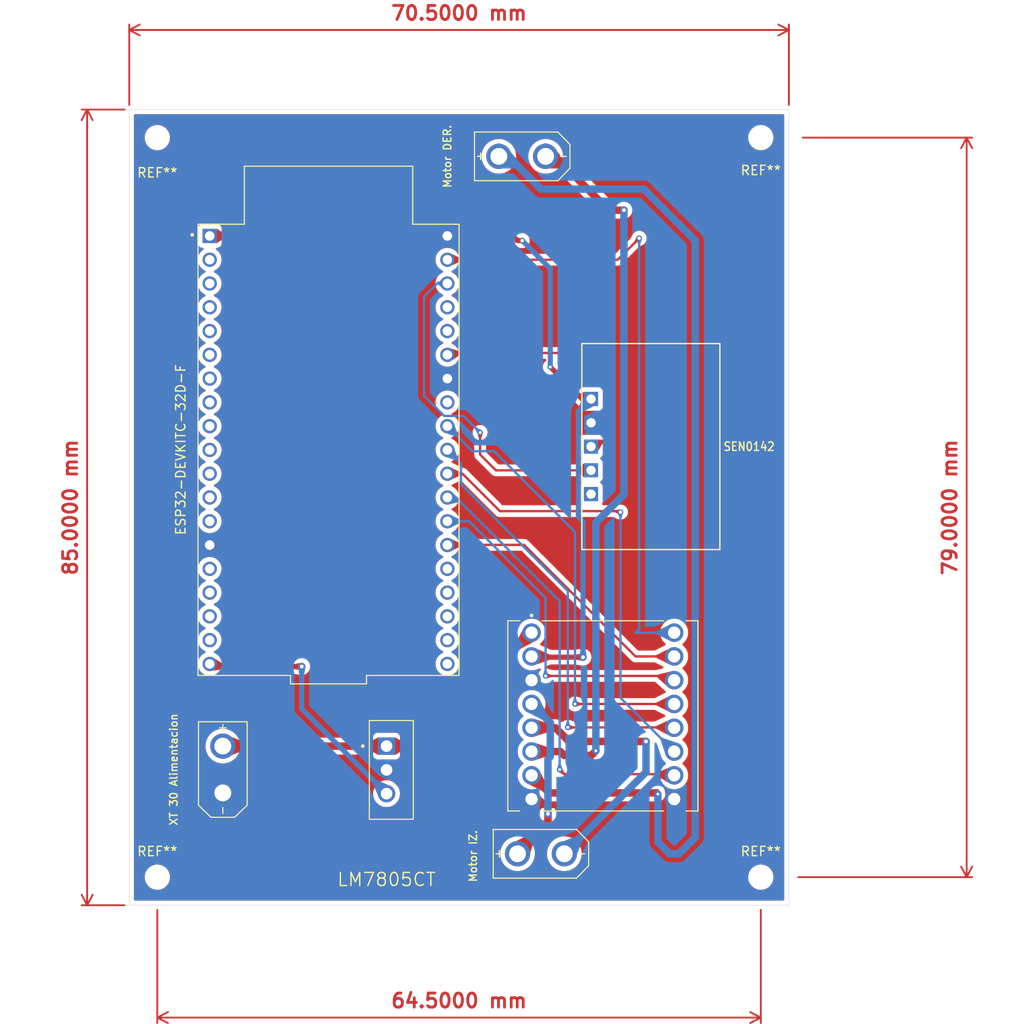
<source format=kicad_pcb>
(kicad_pcb (version 20241229) (generator "pcbnew") (generator_version "9.0")
  (layers (0 "F.Cu" signal) (2 "B.Cu" signal) (13 "F.Paste" user) (15 "B.Paste" user) (5 "F.SilkS" user "F.Silkscreen") (7 "B.SilkS" user "B.Silkscreen") (1 "F.Mask" user) (3 "B.Mask" user) (25 "Edge.Cuts" user))
  (net 0 "")
  (net 1 "Net-(M1-SDA)")
  (net 3 "GND")
  (net 4 "Net-(M1-SCL)")
  (net 5 "+3.3V")
  (net 6 "+5V")
  (net 7 "+6V")
  (net 8 "Net-(U1-IO16)")
  (net 9 "Net-(U1-IO5)")
  (net 15 "unconnected-(U1-CMD-Pad18)")
  (net 23 "Net-(U1-IO23)")
  (net 24 "Net-(U1-IO0)")
  (net 32 "Net-(U1-IO18)")
  (net 36 "Net-(U1-IO17)")
  (net 38 "Net-(U1-IO4)")
  (net 39 "Net-(U2-B01)")
  (net 40 "Net-(U2-A01)")
  (net 41 "Net-(U2-A02)")
  (net 42 "Net-(U2-B02)")
  (footprint "huellas_pendulo:SEN0142" (layer "F.Cu") (at 149.97255 87.09425 -90)
    (property "Reference" "SEN0142" (at 0 -15.625 180) (layer "F.SilkS") (effects (font (size 0.91 0.81))))
    (property "Value" "SEN0142")
    (fp_line (start 11 2.25) (end -11 2.25) (stroke (width 0.1524)) (layer "F.SilkS"))
    (fp_line (start 11 2.25) (end 11 -12.5) (stroke (width 0.1524)) (layer "F.SilkS"))
    (fp_line (start -11 -12.5) (end -11 2.25) (stroke (width 0.1524)) (layer "F.SilkS"))
    (fp_line (start 11 -12.5) (end -11 -12.5) (stroke (width 0.1524)) (layer "F.SilkS"))
    (pad "1" thru_hole rect (at -5.08 1.27 270) (size 1.508 1.508) (drill 1) (layers "*.Cu" "*.Mask") (net 5 "+3.3V"))
    (pad "2" thru_hole rect (at -2.54 1.27 270) (size 1.508 1.508) (drill 1) (layers "*.Cu" "*.Mask") (net 3 "GND"))
    (pad "3" thru_hole rect (at 0 1.27 270) (size 1.508 1.508) (drill 1) (layers "*.Cu" "*.Mask") (net 1 "Net-(M1-SDA)"))
    (pad "4" thru_hole rect (at 2.54 1.27 270) (size 1.508 1.508) (drill 1) (layers "*.Cu" "*.Mask") (net 4 "Net-(M1-SCL)"))
    (pad "5" thru_hole rect (at 5.08 1.27 270) (size 1.508 1.508) (drill 1) (layers "*.Cu" "*.Mask"))
  )
  (footprint "MountingHole:MountingHole_2.2mm_M2_ISO7380" (layer "F.Cu") (at 102.34755 54.09425)
    (property "Reference" "REF**" (at 0 3.75 0) (layer "F.SilkS"))
    (property "Value" "MountingHole_2.2mm_M2_ISO7380" (hide yes))
    (pad "" np_thru_hole circle (at 0 0) (size 2.2 2.2) (drill 2.2) (layers "*.Cu" "*.Mask"))
  )
  (footprint "huellas_pendulo:MODULE_ROB-14450" (layer "F.Cu") (at 149.96755 115.86425)
    (property "Reference" "ROB-1445" (hide yes))
    (property "Value" "ROB-14450")
    (fp_line (start -10.16 -10.16) (end -10.16 10.16) (stroke (width 0.127)) (layer "F.SilkS"))
    (fp_line (start -8.89 -10.16) (end -10.16 -10.16) (stroke (width 0.127)) (layer "F.SilkS"))
    (fp_line (start -8.89 10.16) (end -10.16 10.16) (stroke (width 0.127)) (layer "F.SilkS"))
    (fp_line (start -6.5 -10.16) (end 6.5 -10.16) (stroke (width 0.127)) (layer "F.SilkS"))
    (fp_line (start -6.5 10.16) (end 6.5 10.16) (stroke (width 0.127)) (layer "F.SilkS"))
    (fp_line (start 8.89 -10.16) (end 10.16 -10.16) (stroke (width 0.127)) (layer "F.SilkS"))
    (fp_line (start 8.89 10.16) (end 10.16 10.16) (stroke (width 0.127)) (layer "F.SilkS"))
    (fp_line (start 10.16 10.16) (end 10.16 -10.16) (stroke (width 0.127)) (layer "F.SilkS"))
    (fp_circle (center -7.62 -10.7282) (end -7.52 -10.7282) (stroke (width 0.2)) (fill no) (layer "F.SilkS"))
    (pad "1" thru_hole circle (at -7.62 -8.89) (size 1.98 1.98) (drill 1.32) (layers "*.Cu" "*.Mask") (net 7 "+6V"))
    (pad "2" thru_hole circle (at -7.62 -6.35) (size 1.98 1.98) (drill 1.32) (layers "*.Cu" "*.Mask") (net 5 "+3.3V"))
    (pad "3" thru_hole circle (at -7.62 -3.81) (size 1.98 1.98) (drill 1.32) (layers "*.Cu" "*.Mask") (net 3 "GND"))
    (pad "4" thru_hole circle (at -7.62 -1.27) (size 1.98 1.98) (drill 1.32) (layers "*.Cu" "*.Mask") (net 40 "Net-(U2-A01)"))
    (pad "5" thru_hole circle (at -7.62 1.27) (size 1.98 1.98) (drill 1.32) (layers "*.Cu" "*.Mask") (net 41 "Net-(U2-A02)"))
    (pad "6" thru_hole circle (at -7.62 3.81) (size 1.98 1.98) (drill 1.32) (layers "*.Cu" "*.Mask") (net 42 "Net-(U2-B02)"))
    (pad "7" thru_hole circle (at -7.62 6.35) (size 1.98 1.98) (drill 1.32) (layers "*.Cu" "*.Mask") (net 39 "Net-(U2-B01)"))
    (pad "8" thru_hole circle (at -7.62 8.89) (size 1.98 1.98) (drill 1.32) (layers "*.Cu" "*.Mask") (net 3 "GND"))
    (pad "9" thru_hole circle (at 7.62 8.89) (size 1.98 1.98) (drill 1.32) (layers "*.Cu" "*.Mask") (net 3 "GND"))
    (pad "10" thru_hole circle (at 7.62 6.35) (size 1.98 1.98) (drill 1.32) (layers "*.Cu" "*.Mask") (net 8 "Net-(U1-IO16)"))
    (pad "11" thru_hole circle (at 7.62 3.81) (size 1.98 1.98) (drill 1.32) (layers "*.Cu" "*.Mask") (net 36 "Net-(U1-IO17)"))
    (pad "12" thru_hole circle (at 7.62 1.27) (size 1.98 1.98) (drill 1.32) (layers "*.Cu" "*.Mask") (net 9 "Net-(U1-IO5)"))
    (pad "13" thru_hole circle (at 7.62 -1.27) (size 1.98 1.98) (drill 1.32) (layers "*.Cu" "*.Mask") (net 32 "Net-(U1-IO18)"))
    (pad "14" thru_hole circle (at 7.62 -3.81) (size 1.98 1.98) (drill 1.32) (layers "*.Cu" "*.Mask") (net 38 "Net-(U1-IO4)"))
    (pad "15" thru_hole circle (at 7.62 -6.35) (size 1.98 1.98) (drill 1.32) (layers "*.Cu" "*.Mask") (net 24 "Net-(U1-IO0)"))
    (pad "16" thru_hole circle (at 7.62 -8.89) (size 1.98 1.98) (drill 1.32) (layers "*.Cu" "*.Mask") (net 23 "Net-(U1-IO23)"))
  )
  (footprint "huellas_pendulo:TO254P1054X470X1955-3" (layer "F.Cu") (at 126.84755 121.63425 -90)
    (property "Reference" "LM7805CT" (at 11.71 0 180) (layer "F.SilkS") (effects (font (size 1.4 1.4))))
    (property "Value" "LM7805CT_NOPB")
    (fp_line (start -5.27 1.84) (end 5.27 1.84) (stroke (width 0.127)) (layer "F.SilkS"))
    (fp_line (start 5.27 1.84) (end 5.27 -2.86) (stroke (width 0.127)) (layer "F.SilkS"))
    (fp_line (start -5.27 -2.86) (end -5.27 1.84) (stroke (width 0.127)) (layer "F.SilkS"))
    (fp_line (start 5.27 -2.86) (end -5.27 -2.86) (stroke (width 0.127)) (layer "F.SilkS"))
    (fp_circle (center -2.54 2.54) (end -2.44 2.54) (stroke (width 0.2)) (fill no) (layer "F.SilkS"))
    (pad "1" thru_hole rect (at -2.54 0 270) (size 1.86 1.86) (drill 1.24) (layers "*.Cu" "*.Mask") (net 7 "+6V"))
    (pad "2" thru_hole circle (at 0 0 270) (size 1.86 1.86) (drill 1.24) (layers "*.Cu" "*.Mask") (net 3 "GND"))
    (pad "3" thru_hole circle (at 2.54 0 270) (size 1.86 1.86) (drill 1.24) (layers "*.Cu" "*.Mask") (net 6 "+5V"))
  )
  (footprint "huellas_pendulo:XT30UPB-M" (layer "F.Cu") (at 109.34755 121.59425 -90)
    (property "Reference" "XT 30 Alimentacion" (at 0 5.25 270) (layer "F.SilkS") (effects (font (size 0.81 0.81))))
    (property "Value" "XT30UPB-M")
    (fp_line (start -5.1 2.6) (end 3.81 2.6) (stroke (width 0.127)) (layer "F.SilkS"))
    (fp_line (start 3.81 2.6) (end 5.1 1.27) (stroke (width 0.127)) (layer "F.SilkS"))
    (fp_line (start 5.1 1.27) (end 5.1 -1.27) (stroke (width 0.127)) (layer "F.SilkS"))
    (fp_line (start -4.8 0) (end -4.1 0) (stroke (width 0.127)) (layer "F.SilkS"))
    (fp_line (start 4.064 0) (end 4.699 0) (stroke (width 0.127)) (layer "F.SilkS"))
    (fp_line (start -4.445 -0.35) (end -4.445 0.35) (stroke (width 0.127)) (layer "F.SilkS"))
    (fp_line (start 5.1 -1.27) (end 3.81 -2.6) (stroke (width 0.127)) (layer "F.SilkS"))
    (fp_line (start -5.1 -2.6) (end -5.1 2.6) (stroke (width 0.127)) (layer "F.SilkS"))
    (fp_line (start 3.81 -2.6) (end -5.1 -2.6) (stroke (width 0.127)) (layer "F.SilkS"))
    (pad "P$1" thru_hole circle (at -2.5 0 270) (size 2.7 2.7) (drill 1.8) (layers "*.Cu" "*.Mask") (net 7 "+6V"))
    (pad "P$2" thru_hole circle (at 2.5 0 270) (size 2.7 2.7) (drill 1.8) (layers "*.Cu" "*.Mask") (net 3 "GND"))
  )
  (footprint "huellas_pendulo:XT30UPB-M" (layer "F.Cu") (at 141.34755 56.09425)
    (property "Reference" "Motor DER." (at -8 0 90) (layer "F.SilkS") (effects (font (size 0.81 0.81))))
    (property "Value" "XT30UPB-M")
    (fp_line (start -5.1 -2.6) (end -5.1 2.6) (stroke (width 0.127)) (layer "F.SilkS"))
    (fp_line (start -5.1 2.6) (end 3.81 2.6) (stroke (width 0.127)) (layer "F.SilkS"))
    (fp_line (start -4.8 0) (end -4.1 0) (stroke (width 0.127)) (layer "F.SilkS"))
    (fp_line (start -4.445 -0.35) (end -4.445 0.35) (stroke (width 0.127)) (layer "F.SilkS"))
    (fp_line (start 3.81 -2.6) (end -5.1 -2.6) (stroke (width 0.127)) (layer "F.SilkS"))
    (fp_line (start 3.81 2.6) (end 5.1 1.27) (stroke (width 0.127)) (layer "F.SilkS"))
    (fp_line (start 4.064 0) (end 4.699 0) (stroke (width 0.127)) (layer "F.SilkS"))
    (fp_line (start 5.1 -1.27) (end 3.81 -2.6) (stroke (width 0.127)) (layer "F.SilkS"))
    (fp_line (start 5.1 1.27) (end 5.1 -1.27) (stroke (width 0.127)) (layer "F.SilkS"))
    (pad "P$1" thru_hole circle (at -2.5 0) (size 2.7 2.7) (drill 1.8) (layers "*.Cu" "*.Mask") (net 39 "Net-(U2-B01)"))
    (pad "P$2" thru_hole circle (at 2.5 0) (size 2.7 2.7) (drill 1.8) (layers "*.Cu" "*.Mask") (net 42 "Net-(U2-B02)"))
  )
  (footprint "MountingHole:MountingHole_2.2mm_M2_ISO7380" (layer "F.Cu") (at 166.84755 133.09425)
    (property "Reference" "REF**" (at 0 -2.75 0) (layer "F.SilkS"))
    (property "Value" "MountingHole_2.2mm_M2_ISO7380" (hide yes))
    (pad "" np_thru_hole circle (at 0 0) (size 2.2 2.2) (drill 2.2) (layers "*.Cu" "*.Mask"))
  )
  (footprint "huellas_pendulo:XT30UPB-M" (layer "F.Cu") (at 143.34755 130.59425)
    (property "Reference" "Motor IZ." (at -7.25 0.25 90) (layer "F.SilkS") (effects (font (size 0.81 0.81))))
    (property "Value" "XT30UPB-M")
    (fp_line (start -5.1 -2.6) (end -5.1 2.6) (stroke (width 0.127)) (layer "F.SilkS"))
    (fp_line (start -5.1 2.6) (end 3.81 2.6) (stroke (width 0.127)) (layer "F.SilkS"))
    (fp_line (start -4.8 0) (end -4.1 0) (stroke (width 0.127)) (layer "F.SilkS"))
    (fp_line (start -4.445 -0.35) (end -4.445 0.35) (stroke (width 0.127)) (layer "F.SilkS"))
    (fp_line (start 3.81 -2.6) (end -5.1 -2.6) (stroke (width 0.127)) (layer "F.SilkS"))
    (fp_line (start 3.81 2.6) (end 5.1 1.27) (stroke (width 0.127)) (layer "F.SilkS"))
    (fp_line (start 4.064 0) (end 4.699 0) (stroke (width 0.127)) (layer "F.SilkS"))
    (fp_line (start 5.1 -1.27) (end 3.81 -2.6) (stroke (width 0.127)) (layer "F.SilkS"))
    (fp_line (start 5.1 1.27) (end 5.1 -1.27) (stroke (width 0.127)) (layer "F.SilkS"))
    (pad "P$1" thru_hole circle (at -2.5 0) (size 2.7 2.7) (drill 1.8) (layers "*.Cu" "*.Mask") (net 40 "Net-(U2-A01)"))
    (pad "P$2" thru_hole circle (at 2.5 0) (size 2.7 2.7) (drill 1.8) (layers "*.Cu" "*.Mask") (net 41 "Net-(U2-A02)"))
  )
  (footprint "MountingHole:MountingHole_2.2mm_M2_ISO7380" (layer "F.Cu") (at 166.84755 54.09425)
    (property "Reference" "REF**" (at 0 3.5 0) (layer "F.SilkS"))
    (property "Value" "MountingHole_2.2mm_M2_ISO7380" (hide yes))
    (pad "" np_thru_hole circle (at 0 0) (size 2.2 2.2) (drill 2.2) (layers "*.Cu" "*.Mask"))
  )
  (footprint "MountingHole:MountingHole_2.2mm_M2_ISO7380" (layer "F.Cu") (at 102.34755 133.09425)
    (property "Reference" "REF**" (at 0 -2.75 0) (layer "F.SilkS"))
    (property "Value" "MountingHole_2.2mm_M2_ISO7380" (hide yes))
    (pad "" np_thru_hole circle (at 0 0) (size 2.2 2.2) (drill 2.2) (layers "*.Cu" "*.Mask"))
  )
  (footprint "huellas_pendulo:MODULE_ESP32-DEVKITC" (layer "F.Cu") (at 120.646843 87.44425)
    (property "Reference" "ESP32-DEVKITC-32D-F" (at -15.8 -0.02 90) (layer "F.SilkS"))
    (property "Value" "ESP32-DEVKITC")
    (fp_line (start -13.95 -24.1) (end -13.95 24.1) (stroke (width 0.127)) (layer "F.SilkS"))
    (fp_line (start -13.95 24.1) (end -4.07 24.1) (stroke (width 0.127)) (layer "F.SilkS"))
    (fp_line (start -9 -30.3) (end 9 -30.3) (stroke (width 0.127)) (layer "F.SilkS"))
    (fp_line (start -9 -24.1) (end -13.95 -24.1) (stroke (width 0.127)) (layer "F.SilkS"))
    (fp_line (start -9 -24.1) (end -9 -30.3) (stroke (width 0.127)) (layer "F.SilkS"))
    (fp_line (start -4.07 24.1) (end -4.07 25) (stroke (width 0.127)) (layer "F.SilkS"))
    (fp_line (start -4.07 25) (end 4.06 25) (stroke (width 0.127)) (layer "F.SilkS"))
    (fp_line (start 4.06 24.1) (end 13.95 24.1) (stroke (width 0.127)) (layer "F.SilkS"))
    (fp_line (start 4.06 25) (end 4.06 24.1) (stroke (width 0.127)) (layer "F.SilkS"))
    (fp_line (start 9 -30.3) (end 9 -24.1) (stroke (width 0.127)) (layer "F.SilkS"))
    (fp_line (start 13.95 -24.1) (end 9 -24.1) (stroke (width 0.127)) (layer "F.SilkS"))
    (fp_line (start 13.95 24.1) (end 13.95 -24.1) (stroke (width 0.127)) (layer "F.SilkS"))
    (fp_circle (center -14.57 -22.97) (end -14.47 -22.97) (stroke (width 0.2)) (fill no) (layer "F.SilkS"))
    (pad "1" thru_hole rect (at -12.7 -22.85) (size 1.53 1.53) (drill 1.02) (layers "*.Cu" "*.Mask") (net 5 "+3.3V"))
    (pad "2" thru_hole circle (at -12.7 -20.31) (size 1.53 1.53) (drill 1.02) (layers "*.Cu" "*.Mask"))
    (pad "3" thru_hole circle (at -12.7 -17.77) (size 1.53 1.53) (drill 1.02) (layers "*.Cu" "*.Mask"))
    (pad "4" thru_hole circle (at -12.7 -15.23) (size 1.53 1.53) (drill 1.02) (layers "*.Cu" "*.Mask"))
    (pad "5" thru_hole circle (at -12.7 -12.69) (size 1.53 1.53) (drill 1.02) (layers "*.Cu" "*.Mask"))
    (pad "6" thru_hole circle (at -12.7 -10.15) (size 1.53 1.53) (drill 1.02) (layers "*.Cu" "*.Mask"))
    (pad "7" thru_hole circle (at -12.7 -7.61) (size 1.53 1.53) (drill 1.02) (layers "*.Cu" "*.Mask"))
    (pad "8" thru_hole circle (at -12.7 -5.07) (size 1.53 1.53) (drill 1.02) (layers "*.Cu" "*.Mask"))
    (pad "9" thru_hole circle (at -12.7 -2.53) (size 1.53 1.53) (drill 1.02) (layers "*.Cu" "*.Mask"))
    (pad "10" thru_hole circle (at -12.7 0.01) (size 1.53 1.53) (drill 1.02) (layers "*.Cu" "*.Mask"))
    (pad "11" thru_hole circle (at -12.7 2.55) (size 1.53 1.53) (drill 1.02) (layers "*.Cu" "*.Mask"))
    (pad "12" thru_hole circle (at -12.7 5.09) (size 1.53 1.53) (drill 1.02) (layers "*.Cu" "*.Mask"))
    (pad "13" thru_hole circle (at -12.7 7.63) (size 1.53 1.53) (drill 1.02) (layers "*.Cu" "*.Mask"))
    (pad "14" thru_hole circle (at -12.7 10.17) (size 1.53 1.53) (drill 1.02) (layers "*.Cu" "*.Mask") (net 3 "GND"))
    (pad "15" thru_hole circle (at -12.7 12.71) (size 1.53 1.53) (drill 1.02) (layers "*.Cu" "*.Mask"))
    (pad "16" thru_hole circle (at -12.7 15.25) (size 1.53 1.53) (drill 1.02) (layers "*.Cu" "*.Mask"))
    (pad "17" thru_hole circle (at -12.7 17.79) (size 1.53 1.53) (drill 1.02) (layers "*.Cu" "*.Mask"))
    (pad "18" thru_hole circle (at -12.7 20.33) (size 1.53 1.53) (drill 1.02) (layers "*.Cu" "*.Mask") (net 15 "unconnected-(U1-CMD-Pad18)"))
    (pad "19" thru_hole circle (at -12.7 22.87) (size 1.53 1.53) (drill 1.02) (layers "*.Cu" "*.Mask") (net 6 "+5V"))
    (pad "20" thru_hole circle (at 12.7 22.87) (size 1.53 1.53) (drill 1.02) (layers "*.Cu" "*.Mask"))
    (pad "21" thru_hole circle (at 12.7 20.33) (size 1.53 1.53) (drill 1.02) (layers "*.Cu" "*.Mask"))
    (pad "22" thru_hole circle (at 12.7 17.79) (size 1.53 1.53) (drill 1.02) (layers "*.Cu" "*.Mask"))
    (pad "23" thru_hole circle (at 12.7 15.25) (size 1.53 1.53) (drill 1.02) (layers "*.Cu" "*.Mask"))
    (pad "24" thru_hole circle (at 12.7 12.71) (size 1.53 1.53) (drill 1.02) (layers "*.Cu" "*.Mask"))
    (pad "25" thru_hole circle (at 12.7 10.17) (size 1.53 1.53) (drill 1.02) (layers "*.Cu" "*.Mask") (net 24 "Net-(U1-IO0)"))
    (pad "26" thru_hole circle (at 12.7 7.63) (size 1.53 1.53) (drill 1.02) (layers "*.Cu" "*.Mask") (net 38 "Net-(U1-IO4)"))
    (pad "27" thru_hole circle (at 12.7 5.09) (size 1.53 1.53) (drill 1.02) (layers "*.Cu" "*.Mask") (net 8 "Net-(U1-IO16)"))
    (pad "28" thru_hole circle (at 12.7 2.55) (size 1.53 1.53) (drill 1.02) (layers "*.Cu" "*.Mask") (net 36 "Net-(U1-IO17)"))
    (pad "29" thru_hole circle (at 12.7 0.01) (size 1.53 1.53) (drill 1.02) (layers "*.Cu" "*.Mask") (net 9 "Net-(U1-IO5)"))
    (pad "30" thru_hole circle (at 12.7 -2.53) (size 1.53 1.53) (drill 1.02) (layers "*.Cu" "*.Mask") (net 32 "Net-(U1-IO18)"))
    (pad "31" thru_hole circle (at 12.7 -5.07) (size 1.53 1.53) (drill 1.02) (layers "*.Cu" "*.Mask"))
    (pad "32" thru_hole circle (at 12.7 -7.61) (size 1.53 1.53) (drill 1.02) (layers "*.Cu" "*.Mask") (net 3 "GND"))
    (pad "33" thru_hole circle (at 12.7 -10.15) (size 1.53 1.53) (drill 1.02) (layers "*.Cu" "*.Mask") (net 1 "Net-(M1-SDA)"))
    (pad "34" thru_hole circle (at 12.7 -12.69) (size 1.53 1.53) (drill 1.02) (layers "*.Cu" "*.Mask"))
    (pad "35" thru_hole circle (at 12.7 -15.23) (size 1.53 1.53) (drill 1.02) (layers "*.Cu" "*.Mask"))
    (pad "36" thru_hole circle (at 12.7 -17.77) (size 1.53 1.53) (drill 1.02) (layers "*.Cu" "*.Mask") (net 4 "Net-(M1-SCL)"))
    (pad "37" thru_hole circle (at 12.7 -20.31) (size 1.53 1.53) (drill 1.02) (layers "*.Cu" "*.Mask") (net 23 "Net-(U1-IO23)"))
    (pad "38" thru_hole circle (at 12.7 -22.85) (size 1.53 1.53) (drill 1.02) (layers "*.Cu" "*.Mask") (net 3 "GND"))
  )
  (gr_rect (start 99.34755 51.09425) (end 169.84755 136.09425) (stroke (width 0.05)) (fill no) (layer "Edge.Cuts"))
  (gr_text "\n" (at 169.34755 76.09425 270) (layer "F.SilkS") (effects (font (size 1 1) (thickness 0.1)) (justify left bottom)))
  (dimension (type orthogonal) (layer "F.Cu") (pts (xy 102.34755 136.09425) (xy 166.84755 136.09425)) (height 12) (orientation 0) (format (prefix "") (suffix "") (units 3) (units_format 1) (precision 4)) (style (thickness 0.2) (arrow_length 1.27) (text_position_mode 0) (arrow_direction outward) (extension_height 0.58642) (extension_offset 0.5) (keep_text_aligned yes)) (gr_text "64,5000 mm" (at 134.59755 146.29425 0) (layer "F.Cu") (effects (font (size 1.5 1.5) (thickness 0.3)))))
  (dimension (type orthogonal) (layer "F.Cu") (pts (xy 99.34755 51.09425) (xy 99.34755 136.09425)) (height -4.5) (orientation 1) (format (prefix "") (suffix "") (units 3) (units_format 1) (precision 4)) (style (thickness 0.2) (arrow_length 1.27) (text_position_mode 0) (arrow_direction outward) (extension_height 0.58642) (extension_offset 0.5) (keep_text_aligned yes)) (gr_text "85,0000 mm" (at 93.04755 93.59425 90) (layer "F.Cu") (effects (font (size 1.5 1.5) (thickness 0.3)))))
  (dimension (type orthogonal) (layer "F.Cu") (pts (xy 99.34755 51.09425) (xy 169.84755 51.09425)) (height -8.5) (orientation 0) (format (prefix "") (suffix "") (units 3) (units_format 1) (precision 4)) (style (thickness 0.2) (arrow_length 1.27) (text_position_mode 0) (arrow_direction outward) (extension_height 0.58642) (extension_offset 0.5) (keep_text_aligned yes)) (gr_text "70,5000 mm" (at 134.59755 40.79425 0) (layer "F.Cu") (effects (font (size 1.5 1.5) (thickness 0.3)))))
  (dimension (type orthogonal) (layer "F.Cu") (pts (xy 170.34755 133.09425) (xy 170.84755 54.09425)) (height 18.5) (orientation 1) (format (prefix "") (suffix "") (units 3) (units_format 1) (precision 4)) (style (thickness 0.2) (arrow_length 1.27) (text_position_mode 0) (arrow_direction outward) (extension_height 0.58642) (extension_offset 0.5) (keep_text_aligned yes)) (gr_text "79,0000 mm" (at 187.04755 93.59425 90) (layer "F.Cu") (effects (font (size 1.5 1.5) (thickness 0.3)))))
  (segment (start 148.59755 77.09425) (end 133.546843 77.09425) (width 0.25) (layer "F.Cu") (net 1))
  (segment (start 149.34755 87.09425) (end 150.34755 86.09425) (width 0.25) (layer "F.Cu") (net 1))
  (segment (start 133.546843 77.09425) (end 133.346843 77.29425) (width 0.25) (layer "F.Cu") (net 1))
  (segment (start 150.34755 86.09425) (end 150.34755 78.84425) (width 0.25) (layer "F.Cu") (net 1))
  (segment (start 148.70255 87.09425) (end 149.34755 87.09425) (width 0.25) (layer "F.Cu") (net 1))
  (segment (start 150.34755 78.84425) (end 148.59755 77.09425) (width 0.25) (layer "F.Cu") (net 1))
  (segment (start 133.55755 77.29425) (end 133.346843 77.29425) (width 0.8) (layer "B.Cu") (net 1))
  (segment (start 140.39755 84.55425) (end 135.67755 79.83425) (width 0.8) (layer "F.Cu") (net 3))
  (segment (start 142.34755 124.75425) (end 143.18755 125.59425) (width 0.25) (layer "F.Cu") (net 3))
  (segment (start 131.01755 79.83425) (end 113.23755 97.61425) (width 0.8) (layer "F.Cu") (net 3))
  (segment (start 135.67755 79.83425) (end 131.01755 79.83425) (width 0.8) (layer "F.Cu") (net 3))
  (segment (start 135.18755 124.75425) (end 142.34755 124.75425) (width 0.8) (layer "F.Cu") (net 3))
  (segment (start 130.30755 125.09425) (end 134.84755 125.09425) (width 0.8) (layer "F.Cu") (net 3))
  (segment (start 109.34755 124.09425) (end 114.13755 128.88425) (width 0.8) (layer "F.Cu") (net 3))
  (segment (start 156.74755 125.59425) (end 157.58755 124.75425) (width 0.25) (layer "F.Cu") (net 3))
  (segment (start 143.18755 125.59425) (end 156.74755 125.59425) (width 0.25) (layer "F.Cu") (net 3))
  (segment (start 131.05755 128.88425) (end 134.84755 125.09425) (width 0.8) (layer "F.Cu") (net 3))
  (segment (start 113.23755 97.61425) (end 107.946843 97.61425) (width 0.8) (layer "F.Cu") (net 3))
  (segment (start 114.13755 128.88425) (end 131.05755 128.88425) (width 0.8) (layer "F.Cu") (net 3))
  (segment (start 126.84755 121.63425) (end 130.30755 125.09425) (width 0.8) (layer "F.Cu") (net 3))
  (segment (start 134.84755 125.09425) (end 135.18755 124.75425) (width 0.8) (layer "F.Cu") (net 3))
  (segment (start 148.70255 84.55425) (end 140.39755 84.55425) (width 0.8) (layer "F.Cu") (net 3))
  (segment (start 135.84755 67.094957) (end 135.84755 77.333543) (width 0.8) (layer "B.Cu") (net 3))
  (segment (start 139.34755 124.25425) (end 139.84755 124.75425) (width 0.2) (layer "B.Cu") (net 3))
  (segment (start 139.34755 115.05425) (end 142.34755 112.05425) (width 0.2) (layer "B.Cu") (net 3))
  (segment (start 139.34755 124.25425) (end 139.34755 115.05425) (width 0.2) (layer "B.Cu") (net 3))
  (segment (start 105.84755 120.59425) (end 109.34755 124.09425) (width 0.8) (layer "B.Cu") (net 3))
  (segment (start 139.84755 124.75425) (end 142.34755 124.75425) (width 0.2) (layer "B.Cu") (net 3))
  (segment (start 133.346843 64.59425) (end 135.84755 67.094957) (width 0.8) (layer "B.Cu") (net 3))
  (segment (start 135.84755 77.333543) (end 133.346843 79.83425) (width 0.8) (layer "B.Cu") (net 3))
  (segment (start 105.84755 99.713543) (end 105.84755 120.59425) (width 0.8) (layer "B.Cu") (net 3))
  (segment (start 107.946843 97.61425) (end 105.84755 99.713543) (width 0.8) (layer "B.Cu") (net 3))
  (segment (start 136.84755 85.59425) (end 136.84755 87.94575) (width 0.25) (layer "F.Cu") (net 4))
  (segment (start 138.53605 89.63425) (end 148.70255 89.63425) (width 0.25) (layer "F.Cu") (net 4))
  (segment (start 136.84755 87.94575) (end 138.53605 89.63425) (width 0.25) (layer "F.Cu") (net 4))
  (via (at 136.84755 85.59425) (size 0.6) (drill 0.3) (layers "F.Cu" "B.Cu") (net 4))
  (segment (start 132.42755 69.67425) (end 133.346843 69.67425) (width 0.25) (layer "B.Cu") (net 4))
  (segment (start 136.73575 85.70605) (end 136.73575 85.48245) (width 0.25) (layer "B.Cu") (net 4))
  (segment (start 132.34755 69.59425) (end 132.42755 69.67425) (width 0.25) (layer "B.Cu") (net 4))
  (segment (start 133.01555 83.82325) (end 130.84755 81.65525) (width 0.25) (layer "B.Cu") (net 4))
  (segment (start 130.84755 81.65525) (end 130.84755 71.09425) (width 0.25) (layer "B.Cu") (net 4))
  (segment (start 130.84755 71.09425) (end 132.34755 69.59425) (width 0.25) (layer "B.Cu") (net 4))
  (segment (start 136.84755 85.59425) (end 136.73575 85.70605) (width 0.25) (layer "B.Cu") (net 4))
  (segment (start 136.73575 85.48245) (end 135.07655 83.82325) (width 0.25) (layer "B.Cu") (net 4))
  (segment (start 135.07655 83.82325) (end 133.01555 83.82325) (width 0.25) (layer "B.Cu") (net 4))
  (segment (start 147.84755 109.59425) (end 142.42755 109.59425) (width 0.55) (layer "F.Cu") (net 5))
  (segment (start 147.76755 82.01425) (end 148.70255 82.01425) (width 0.55) (layer "F.Cu") (net 5))
  (segment (start 111.3459 64.5959) (end 113.84755 62.09425) (width 0.55) (layer "F.Cu") (net 5))
  (segment (start 110.2792 64.5959) (end 111.3459 64.5959) (width 0.55) (layer "F.Cu") (net 5))
  (segment (start 110.2792 64.5959) (end 110.27755 64.59425) (width 0.55) (layer "F.Cu") (net 5))
  (segment (start 113.84755 62.09425) (end 137.84755 62.09425) (width 0.55) (layer "F.Cu") (net 5))
  (segment (start 110.27755 64.59425) (end 107.946843 64.59425) (width 0.55) (layer "F.Cu") (net 5))
  (segment (start 144.34755 78.59425) (end 147.76755 82.01425) (width 0.55) (layer "F.Cu") (net 5))
  (segment (start 140.84755 65.09425) (end 141.34755 65.09425) (width 0.55) (layer "F.Cu") (net 5))
  (segment (start 137.84755 62.09425) (end 140.84755 65.09425) (width 0.55) (layer "F.Cu") (net 5))
  (segment (start 142.42755 109.59425) (end 142.34755 109.51425) (width 0.55) (layer "F.Cu") (net 5))
  (via (at 141.34755 65.09425) (size 0.6) (drill 0.35) (layers "F.Cu" "B.Cu") (net 5))
  (via (at 144.34755 78.59425) (size 0.6) (drill 0.3) (layers "F.Cu" "B.Cu") (net 5))
  (via (at 147.84755 109.59425) (size 0.8) (drill 0.4) (layers "F.Cu" "B.Cu") (net 5))
  (segment (start 147.34755 94.60305) (end 147.34755 83.36925) (width 0.55) (layer "B.Cu") (net 5))
  (segment (start 144.34755 68.09425) (end 144.34755 78.59425) (width 0.55) (layer "B.Cu") (net 5))
  (segment (start 147.34755 83.36925) (end 148.70255 82.01425) (width 0.55) (layer "B.Cu") (net 5))
  (segment (start 141.34755 65.09425) (end 144.34755 68.09425) (width 0.55) (layer "B.Cu") (net 5))
  (segment (start 147.84755 95.10305) (end 147.34755 94.60305) (width 0.55) (layer "B.Cu") (net 5))
  (segment (start 147.84755 109.59425) (end 147.84755 95.10305) (width 0.55) (layer "B.Cu") (net 5))
  (segment (start 108.226843 110.59425) (end 107.946843 110.31425) (width 0.55) (layer "F.Cu") (net 6))
  (segment (start 117.78255 110.59425) (end 108.226843 110.59425) (width 0.55) (layer "F.Cu") (net 6))
  (via (at 117.78255 110.59425) (size 0.8) (drill 0.4) (layers "F.Cu" "B.Cu") (net 6))
  (segment (start 117.78255 110.59425) (end 117.78255 115.10925) (width 0.55) (layer "B.Cu") (net 6))
  (segment (start 117.78255 115.10925) (end 126.84755 124.17425) (width 0.55) (layer "B.Cu") (net 6))
  (segment (start 126.84755 119.09425) (end 130.22755 119.09425) (width 0.8) (layer "F.Cu") (net 7))
  (segment (start 130.22755 119.09425) (end 142.34755 106.97425) (width 0.8) (layer "F.Cu") (net 7))
  (segment (start 109.34755 119.09425) (end 126.84755 119.09425) (width 0.8) (layer "F.Cu") (net 7))
  (segment (start 145.34755 121.59425) (end 145.84755 122.09425) (width 0.25) (layer "F.Cu") (net 8))
  (segment (start 145.84755 122.09425) (end 157.46755 122.09425) (width 0.25) (layer "F.Cu") (net 8))
  (segment (start 157.46755 122.09425) (end 157.58755 122.21425) (width 0.25) (layer "F.Cu") (net 8))
  (via (at 145.34755 121.59425) (size 0.6) (drill 0.3) (layers "F.Cu" "B.Cu") (net 8))
  (segment (start 134.28755 92.53425) (end 133.346843 92.53425) (width 0.25) (layer "B.Cu") (net 8))
  (segment (start 145.34755 103.59425) (end 134.28755 92.53425) (width 0.25) (layer "B.Cu") (net 8))
  (segment (start 145.34755 121.59425) (end 145.34755 103.59425) (width 0.25) (layer "B.Cu") (net 8))
  (segment (start 146.22275 117.09425) (end 157.54755 117.09425) (width 0.25) (layer "F.Cu") (net 9))
  (segment (start 157.54755 117.09425) (end 157.58755 117.13425) (width 0.25) (layer "F.Cu") (net 9))
  (via (at 146.22275 117.09425) (size 0.6) (drill 0.3) (layers "F.Cu" "B.Cu") (net 9))
  (segment (start 134.81595 88.923357) (end 133.346843 87.45425) (width 0.25) (layer "B.Cu") (net 9))
  (segment (start 134.81595 91.11275) (end 134.81595 88.923357) (width 0.25) (layer "B.Cu") (net 9))
  (segment (start 146.22275 102.51955) (end 134.81595 91.11275) (width 0.25) (layer "B.Cu") (net 9))
  (segment (start 146.22275 117.09425) (end 146.22275 102.51955) (width 0.25) (layer "B.Cu") (net 9))
  (segment (start 108.24655 108.28325) (end 107.94755 107.98425) (width 0.25) (layer "F.Cu") (net 15))
  (segment (start 151.556923 67.13425) (end 133.346843 67.13425) (width 0.25) (layer "F.Cu") (net 23))
  (segment (start 153.84755 64.843623) (end 151.556923 67.13425) (width 0.25) (layer "F.Cu") (net 23))
  (via (at 153.84755 64.843623) (size 0.6) (drill 0.35) (layers "F.Cu" "B.Cu") (net 23))
  (segment (start 153.84755 64.843623) (end 153.84755 106.58425) (width 0.25) (layer "B.Cu") (net 23))
  (segment (start 153.84755 106.58425) (end 153.45755 106.97425) (width 0.25) (layer "B.Cu") (net 23))
  (segment (start 153.45755 106.97425) (end 157.58755 106.97425) (width 0.25) (layer "B.Cu") (net 23))
  (segment (start 153.45755 109.51425) (end 141.53755 97.59425) (width 0.25) (layer "F.Cu") (net 24))
  (segment (start 133.366843 97.59425) (end 133.346843 97.61425) (width 0.25) (layer "F.Cu") (net 24))
  (segment (start 157.58755 109.51425) (end 153.45755 109.51425) (width 0.25) (layer "F.Cu") (net 24))
  (segment (start 141.53755 97.59425) (end 133.366843 97.59425) (width 0.25) (layer "F.Cu") (net 24))
  (segment (start 146.98645 114.59425) (end 157.58755 114.59425) (width 0.25) (layer "F.Cu") (net 32))
  (via (at 146.98645 114.59425) (size 0.6) (drill 0.3) (layers "F.Cu" "B.Cu") (net 32))
  (segment (start 146.98645 96.22315) (end 138.35755 87.59425) (width 0.25) (layer "B.Cu") (net 32))
  (segment (start 136.026843 87.59425) (end 133.346843 84.91425) (width 0.25) (layer "B.Cu") (net 32))
  (segment (start 138.35755 87.59425) (end 136.026843 87.59425) (width 0.25) (layer "B.Cu") (net 32))
  (segment (start 146.98645 114.59425) (end 146.98645 96.22315) (width 0.25) (layer "B.Cu") (net 32))
  (segment (start 134.96125 89.99425) (end 133.346843 89.99425) (width 0.25) (layer "F.Cu") (net 36))
  (segment (start 151.84755 94.09425) (end 151.74855 93.99525) (width 0.25) (layer "F.Cu") (net 36))
  (segment (start 138.96225 93.99525) (end 134.96125 89.99425) (width 0.25) (layer "F.Cu") (net 36))
  (segment (start 151.74855 93.99525) (end 138.96225 93.99525) (width 0.25) (layer "F.Cu") (net 36))
  (via (at 151.84755 94.09425) (size 0.6) (drill 0.35) (layers "F.Cu" "B.Cu") (net 36))
  (segment (start 151.84755 113.93425) (end 157.58755 119.67425) (width 0.25) (layer "B.Cu") (net 36))
  (segment (start 151.84755 94.09425) (end 151.84755 113.93425) (width 0.25) (layer "B.Cu") (net 36))
  (segment (start 133.34755 90.41215) (end 133.34755 90.20425) (width 0.25) (layer "B.Cu") (net 36))
  (segment (start 157.12755 111.59425) (end 157.58755 112.05425) (width 0.25) (layer "F.Cu") (net 38))
  (segment (start 143.84755 111.59425) (end 157.12755 111.59425) (width 0.25) (layer "F.Cu") (net 38))
  (via (at 143.84755 111.59425) (size 0.6) (drill 0.3) (layers "F.Cu" "B.Cu") (net 38))
  (segment (start 143.84755 103.24425) (end 135.67755 95.07425) (width 0.25) (layer "B.Cu") (net 38))
  (segment (start 135.67755 95.07425) (end 133.346843 95.07425) (width 0.25) (layer "B.Cu") (net 38))
  (segment (start 143.84755 111.59425) (end 143.84755 103.24425) (width 0.25) (layer "B.Cu") (net 38))
  (segment (start 155.717359 124.09425) (end 144.22755 124.09425) (width 0.8) (layer "F.Cu") (net 39))
  (segment (start 144.22755 124.09425) (end 142.34755 122.21425) (width 0.8) (layer "F.Cu") (net 39))
  (segment (start 155.842359 124.21925) (end 155.717359 124.09425) (width 0.25) (layer "F.Cu") (net 39))
  (via (at 155.842359 124.21925) (size 0.6) (drill 0.3) (layers "F.Cu" "B.Cu") (net 39))
  (segment (start 155.84755 124.224441) (end 155.84755 129.34425) (width 0.8) (layer "B.Cu") (net 39))
  (segment (start 158.09755 130.59425) (end 159.84755 128.84425) (width 0.8) (layer "B.Cu") (net 39))
  (segment (start 154.34755 59.59425) (end 143.34755 59.59425) (width 0.8) (layer "B.Cu") (net 39))
  (segment (start 157.09755 130.59425) (end 158.09755 130.59425) (width 0.8) (layer "B.Cu") (net 39))
  (segment (start 155.842359 124.21925) (end 155.84755 124.224441) (width 0.25) (layer "B.Cu") (net 39))
  (segment (start 143.34755 59.59425) (end 138.84755 55.09425) (width 0.8) (layer "B.Cu") (net 39))
  (segment (start 159.84755 65.09425) (end 154.34755 59.59425) (width 0.8) (layer "B.Cu") (net 39))
  (segment (start 155.84755 129.34425) (end 157.09755 130.59425) (width 0.8) (layer "B.Cu") (net 39))
  (segment (start 159.84755 128.84425) (end 159.84755 65.09425) (width 0.8) (layer "B.Cu") (net 39))
  (segment (start 144.09755 126.31925) (end 144.09755 127.09425) (width 0.8) (layer "F.Cu") (net 40))
  (segment (start 140.84755 130.34425) (end 140.84755 130.59425) (width 0.8) (layer "F.Cu") (net 40))
  (segment (start 144.09755 127.09425) (end 140.84755 130.34425) (width 0.8) (layer "F.Cu") (net 40))
  (via (at 144.09755 126.31925) (size 0.8) (drill 0.4) (layers "F.Cu" "B.Cu") (net 40))
  (segment (start 144.34755 116.59425) (end 142.34755 114.59425) (width 0.8) (layer "B.Cu") (net 40))
  (segment (start 144.34755 120.22425) (end 144.34755 116.59425) (width 0.8) (layer "B.Cu") (net 40))
  (segment (start 144.09755 126.31925) (end 144.09755 120.47425) (width 0.8) (layer "B.Cu") (net 40))
  (segment (start 144.09755 120.47425) (end 144.34755 120.22425) (width 0.25) (layer "B.Cu") (net 40))
  (segment (start 146.34755 118.59425) (end 144.88755 117.13425) (width 0.8) (layer "F.Cu") (net 41))
  (segment (start 144.88755 117.13425) (end 142.34755 117.13425) (width 0.8) (layer "F.Cu") (net 41))
  (segment (start 154.57915 118.59425) (end 146.34755 118.59425) (width 0.8) (layer "F.Cu") (net 41))
  (via (at 154.57915 118.59425) (size 0.8) (drill 0.4) (layers "F.Cu" "B.Cu") (net 41))
  (segment (start 154.57915 118.59425) (end 154.57915 121.86265) (width 0.8) (layer "B.Cu") (net 41))
  (segment (start 154.57915 121.86265) (end 145.84755 130.59425) (width 0.8) (layer "B.Cu") (net 41))
  (segment (start 145.84755 120.09425) (end 145.42755 119.67425) (width 0.8) (layer "F.Cu") (net 42))
  (segment (start 150.59755 61.84425) (end 143.84755 55.09425) (width 0.8) (layer "F.Cu") (net 42))
  (segment (start 145.42755 119.67425) (end 142.34755 119.67425) (width 0.8) (layer "F.Cu") (net 42))
  (segment (start 152.21995 61.84425) (end 150.59755 61.84425) (width 0.8) (layer "F.Cu") (net 42))
  (segment (start 148.71745 120.09425) (end 145.84755 120.09425) (width 0.8) (layer "F.Cu") (net 42))
  (segment (start 149.21745 119.59425) (end 148.71745 120.09425) (width 0.8) (layer "F.Cu") (net 42))
  (via (at 152.21995 61.84425) (size 0.8) (drill 0.4) (layers "F.Cu" "B.Cu") (net 42))
  (via (at 149.21745 119.59425) (size 0.6) (drill 0.3) (layers "F.Cu" "B.Cu") (net 42))
  (segment (start 149.21745 119.59425) (end 149.21745 95.22435) (width 0.8) (layer "B.Cu") (net 42))
  (segment (start 149.21745 95.22435) (end 152.21995 92.22185) (width 0.8) (layer "B.Cu") (net 42))
  (segment (start 152.21995 92.22185) (end 152.21995 61.84425) (width 0.8) (layer "B.Cu") (net 42))
  (zone (net 3) (net_name "GND") (layers "F.Cu" "B.Cu") (connect_pads yes (clearance 0.5)) (min_thickness 0.25) (fill yes (thermal_gap 0.5) (thermal_bridge_width 0.5))
    (polygon (pts (xy 99.34755 51.09425) (xy 99.34755 136.09425) (xy 169.84755 136.09425) (xy 169.84755 51.09425)))
  )
)
</source>
